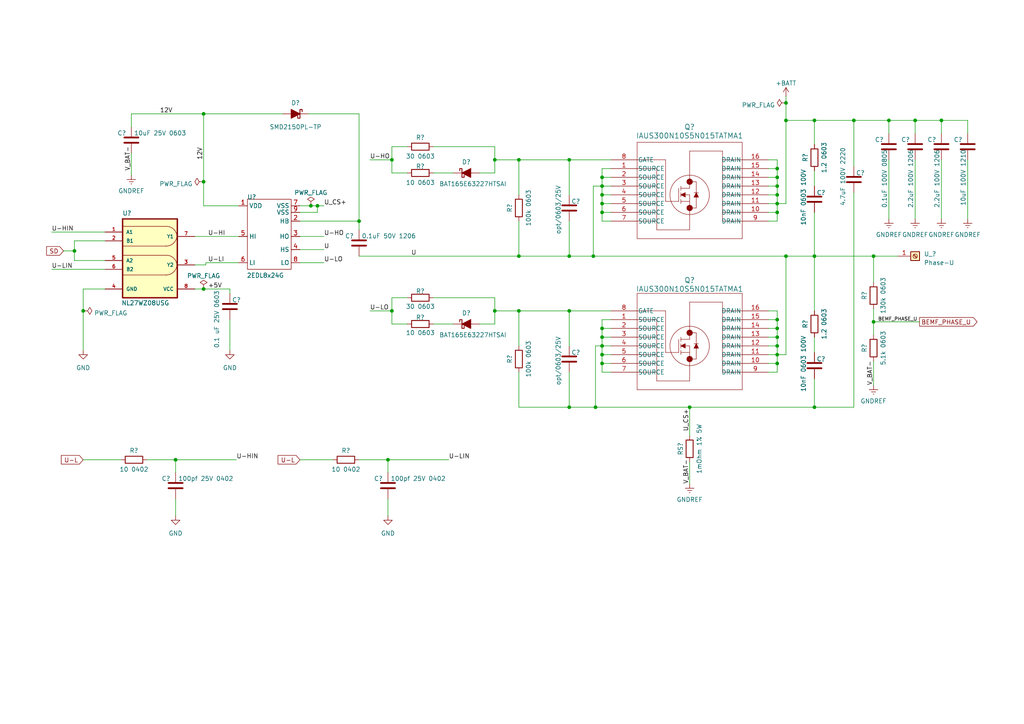
<source format=kicad_sch>
(kicad_sch (version 20231120) (generator "eeschema") (generator_version "8.0")
  (paper "A4")
  (lib_symbols
    (symbol "2EDL8124G:2EDL8124G"
      (property "Reference" "U3" (at -5.08 11.43 0))
      (property "Value" "2EDL8x24G" (at -1.143 -10.668 0))
      (symbol "2EDL8124G_0_1"
        (rectangle (start -6.35 10.795) (end 6.35 -9.525))
      )
      (symbol "2EDL8124G_1_1"
        (pin power_in line (at -8.89 8.89 0) (length 2.54) (name "VDD") (number "1"))
        (pin output line (at 8.89 4.445 180) (length 2.54) (name "HB") (number "2"))
        (pin output line (at 8.89 0 180) (length 2.54) (name "HO") (number "3"))
        (pin output line (at 8.89 -3.81 180) (length 2.54) (name "HS") (number "4"))
        (pin input line (at -8.89 0 0) (length 2.54) (name "HI") (number "5"))
        (pin input line (at -8.89 -7.62 0) (length 2.54) (name "LI") (number "6"))
        (pin power_in line (at 8.89 8.89 180) (length 2.54) (name "VSS") (number "7"))
        (pin output line (at 8.89 -7.62 180) (length 2.54) (name "LO") (number "8"))
        (pin power_in line (at 8.89 6.985 180) (length 2.54) (name "VSS") (number "9"))
      )
    )
    (symbol "Connector:Screw_Terminal_01x01" (pin_names (offset 1.016) hide)
      (property "Reference" "J" (at 0 2.54 0))
      (property "Value" "Screw_Terminal_01x01" (at 0 -2.54 0))
      (symbol "Screw_Terminal_01x01_1_1"
        (rectangle (start -1.27 1.27) (end 1.27 -1.27) (stroke (width 0.254)) (fill (type background)))
        (polyline (pts (xy -0.5334 0.3302) (xy 0.3302 -0.508)) (stroke (width 0.1524)))
        (polyline (pts (xy -0.3556 0.508) (xy 0.508 -0.3302)) (stroke (width 0.1524)))
        (circle (center 0 0) (radius 0.635) (stroke (width 0.1524)))
        (pin passive line (at -5.08 0 0) (length 3.81) (name "Pin_1") (number "1"))
      )
    )
    (symbol "Device:C" (pin_numbers hide) (pin_names (offset 0.254))
      (property "Reference" "C" (at 0.635 2.54 0))
      (property "Value" "C" (at 0.635 -2.54 0))
      (symbol "C_0_1"
        (polyline (pts (xy -2.032 -0.762) (xy 2.032 -0.762)) (stroke (width 0.508)))
        (polyline (pts (xy -2.032 0.762) (xy 2.032 0.762)) (stroke (width 0.508)))
      )
      (symbol "C_1_1"
        (pin passive line (at 0 3.81 270) (length 2.794) (name "~") (number "1"))
        (pin passive line (at 0 -3.81 90) (length 2.794) (name "~") (number "2"))
      )
    )
    (symbol "Device:D_Schottky_Filled" (pin_numbers hide) (pin_names (offset 1.016) hide)
      (property "Reference" "D" (at 0 2.54 0))
      (property "Value" "D_Schottky_Filled" (at 0 -2.54 0))
      (symbol "D_Schottky_Filled_0_1"
        (polyline (pts (xy 1.27 0) (xy -1.27 0)))
        (polyline (pts (xy 1.27 1.27) (xy 1.27 -1.27) (xy -1.27 0) (xy 1.27 1.27)) (stroke (width 0.254)) (fill (type outline)))
        (polyline (pts (xy -1.905 0.635) (xy -1.905 1.27) (xy -1.27 1.27) (xy -1.27 -1.27) (xy -0.635 -1.27) (xy -0.635 -0.635)) (stroke (width 0.254)))
      )
      (symbol "D_Schottky_Filled_1_1"
        (pin passive line (at -3.81 0 0) (length 2.54) (name "K") (number "1"))
        (pin passive line (at 3.81 0 180) (length 2.54) (name "A") (number "2"))
      )
    )
    (symbol "Device:R" (pin_numbers hide) (pin_names (offset 0))
      (property "Reference" "R" (at 2.032 0 90))
      (property "Value" "R" (at 0 0 90))
      (symbol "R_0_1"
        (rectangle (start -1.016 -2.54) (end 1.016 2.54) (stroke (width 0.254)))
      )
      (symbol "R_1_1"
        (pin passive line (at 0 3.81 270) (length 1.27) (name "~") (number "1"))
        (pin passive line (at 0 -3.81 90) (length 1.27) (name "~") (number "2"))
      )
    )
    (symbol "IAUS300N10S5N015T:IAUS300N10S5N015TATMA1" (pin_names (offset 0.254))
      (property "Reference" "Q1" (at 22.86 12.065 0))
      (property "Value" "IAUS300N10S5N015TATMA1" (at 22.86 9.525 0))
      (symbol "IAUS300N10S5N015TATMA1_0_1"
        (polyline (pts (xy 7.62 -20.32) (xy 38.1 -20.32)) (stroke (width 0.127)))
        (polyline (pts (xy 7.62 -12.7) (xy 13.335 -12.7)) (stroke (width 0.127)))
        (polyline (pts (xy 7.62 -10.16) (xy 13.335 -10.16)) (stroke (width 0.127)))
        (polyline (pts (xy 7.62 -7.62) (xy 13.335 -7.62)) (stroke (width 0.127)))
        (polyline (pts (xy 7.62 -5.08) (xy 13.335 -5.08)) (stroke (width 0.127)))
        (polyline (pts (xy 7.62 -2.54) (xy 13.335 -2.54)) (stroke (width 0.127)))
        (polyline (pts (xy 7.62 0) (xy 13.335 0)) (stroke (width 0.127)))
        (polyline (pts (xy 7.62 2.54) (xy 15.875 2.54)) (stroke (width 0.127)))
        (polyline (pts (xy 7.62 7.62) (xy 7.62 -20.32)) (stroke (width 0.127)))
        (polyline (pts (xy 13.335 -17.78) (xy 22.86 -17.78)) (stroke (width 0.127)))
        (polyline (pts (xy 13.335 -15.24) (xy 7.62 -15.24)) (stroke (width 0.127)))
        (polyline (pts (xy 13.335 0) (xy 13.335 -17.78)) (stroke (width 0.127)))
        (polyline (pts (xy 15.875 -9.525) (xy 15.875 2.54)) (stroke (width 0.127)))
        (polyline (pts (xy 19.685 -9.525) (xy 15.875 -9.525)) (stroke (width 0.127)))
        (polyline (pts (xy 19.685 -5.715) (xy 19.685 -9.525)) (stroke (width 0.127)))
        (polyline (pts (xy 20.32 -9.525) (xy 22.86 -9.525)) (stroke (width 0.127)))
        (polyline (pts (xy 20.32 -8.89) (xy 20.32 -10.16)) (stroke (width 0.127)))
        (polyline (pts (xy 20.32 -7.62) (xy 21.59 -8.255)) (stroke (width 0.127)))
        (polyline (pts (xy 20.32 -7.62) (xy 21.59 -6.985)) (stroke (width 0.127)))
        (polyline (pts (xy 20.32 -6.985) (xy 20.32 -8.255)) (stroke (width 0.127)))
        (polyline (pts (xy 20.32 -6.35) (xy 20.32 -5.08)) (stroke (width 0.127)))
        (polyline (pts (xy 20.32 -5.715) (xy 22.86 -5.715)) (stroke (width 0.127)))
        (polyline (pts (xy 21.59 -6.985) (xy 21.59 -8.255)) (stroke (width 0.127)))
        (polyline (pts (xy 22.86 -11.43) (xy 24.765 -11.43)) (stroke (width 0.127)))
        (polyline (pts (xy 22.86 -7.62) (xy 20.32 -7.62)) (stroke (width 0.127)))
        (polyline (pts (xy 22.86 -7.62) (xy 22.86 -17.78)) (stroke (width 0.127)))
        (polyline (pts (xy 22.86 -5.715) (xy 22.86 5.08)) (stroke (width 0.127)))
        (polyline (pts (xy 22.86 -3.81) (xy 24.765 -3.81)) (stroke (width 0.127)))
        (polyline (pts (xy 24.13 -8.255) (xy 25.4 -8.255)) (stroke (width 0.127)))
        (polyline (pts (xy 24.13 -6.985) (xy 25.4 -6.985)) (stroke (width 0.127)))
        (polyline (pts (xy 24.765 -11.43) (xy 24.765 -3.81)) (stroke (width 0.127)))
        (polyline (pts (xy 24.765 -6.985) (xy 24.13 -8.255)) (stroke (width 0.127)))
        (polyline (pts (xy 24.765 -6.985) (xy 25.4 -8.255)) (stroke (width 0.127)))
        (polyline (pts (xy 32.385 -15.24) (xy 32.385 5.08)) (stroke (width 0.127)))
        (polyline (pts (xy 32.385 5.08) (xy 22.86 5.08)) (stroke (width 0.127)))
        (polyline (pts (xy 38.1 -20.32) (xy 38.1 7.62)) (stroke (width 0.127)))
        (polyline (pts (xy 38.1 -15.24) (xy 32.385 -15.24)) (stroke (width 0.127)))
        (polyline (pts (xy 38.1 -12.7) (xy 32.385 -12.7)) (stroke (width 0.127)))
        (polyline (pts (xy 38.1 -10.16) (xy 32.385 -10.16)) (stroke (width 0.127)))
        (polyline (pts (xy 38.1 -7.62) (xy 32.385 -7.62)) (stroke (width 0.127)))
        (polyline (pts (xy 38.1 -5.08) (xy 32.385 -5.08)) (stroke (width 0.127)))
        (polyline (pts (xy 38.1 -2.54) (xy 32.385 -2.54)) (stroke (width 0.127)))
        (polyline (pts (xy 38.1 0) (xy 32.385 0)) (stroke (width 0.127)))
        (polyline (pts (xy 38.1 2.54) (xy 32.385 2.54)) (stroke (width 0.127)))
        (polyline (pts (xy 38.1 7.62) (xy 7.62 7.62)) (stroke (width 0.127)))
        (polyline (pts (xy 20.32 -7.62) (xy 21.59 -6.985) (xy 21.59 -8.255)) (fill (type outline)))
        (polyline (pts (xy 24.13 -8.255) (xy 25.4 -8.255) (xy 24.765 -6.985)) (fill (type outline)))
        (circle (center 22.86 -11.43) (radius 0.127) (stroke (width 0.762)))
        (circle (center 22.86 -7.62) (radius 5.715) (stroke (width 0.127)))
        (circle (center 22.86 -3.81) (radius 0.127) (stroke (width 0.762)))
        (pin passive line (at 0 0 0) (length 7.62) (name "SOURCE") (number "1"))
        (pin passive line (at 45.72 -12.7 180) (length 7.62) (name "DRAIN") (number "10"))
        (pin passive line (at 45.72 -10.16 180) (length 7.62) (name "DRAIN") (number "11"))
        (pin passive line (at 45.72 -7.62 180) (length 7.62) (name "DRAIN") (number "12"))
        (pin passive line (at 45.72 -5.08 180) (length 7.62) (name "DRAIN") (number "13"))
        (pin passive line (at 45.72 -2.54 180) (length 7.62) (name "DRAIN") (number "14"))
        (pin passive line (at 45.72 0 180) (length 7.62) (name "DRAIN") (number "15"))
        (pin passive line (at 45.72 2.54 180) (length 7.62) (name "DRAIN") (number "16"))
        (pin passive line (at 0 -2.54 0) (length 7.62) (name "SOURCE") (number "2"))
        (pin passive line (at 0 -5.08 0) (length 7.62) (name "SOURCE") (number "3"))
        (pin passive line (at 0 -7.62 0) (length 7.62) (name "SOURCE") (number "4"))
        (pin passive line (at 0 -10.16 0) (length 7.62) (name "SOURCE") (number "5"))
        (pin passive line (at 0 -12.7 0) (length 7.62) (name "SOURCE") (number "6"))
        (pin passive line (at 0 -15.24 0) (length 7.62) (name "SOURCE") (number "7"))
        (pin input line (at 0 2.54 0) (length 7.62) (name "GATE") (number "8"))
        (pin passive line (at 45.72 -15.24 180) (length 7.62) (name "DRAIN") (number "9"))
      )
    )
    (symbol "IAUS300N10S5N015TATMA1_1" (pin_names (offset 0.254))
      (property "Reference" "Q4" (at 22.86 11.43 0))
      (property "Value" "IAUS300N10S5N015TATMA1" (at 22.86 8.89 0))
      (symbol "IAUS300N10S5N015TATMA1_1_0_1"
        (polyline (pts (xy 7.62 -20.32) (xy 38.1 -20.32)) (stroke (width 0.127)))
        (polyline (pts (xy 7.62 -12.7) (xy 13.335 -12.7)) (stroke (width 0.127)))
        (polyline (pts (xy 7.62 -10.16) (xy 13.335 -10.16)) (stroke (width 0.127)))
        (polyline (pts (xy 7.62 -7.62) (xy 13.335 -7.62)) (stroke (width 0.127)))
        (polyline (pts (xy 7.62 -5.08) (xy 13.335 -5.08)) (stroke (width 0.127)))
        (polyline (pts (xy 7.62 -2.54) (xy 13.335 -2.54)) (stroke (width 0.127)))
        (polyline (pts (xy 7.62 0) (xy 13.335 0)) (stroke (width 0.127)))
        (polyline (pts (xy 7.62 2.54) (xy 15.875 2.54)) (stroke (width 0.127)))
        (polyline (pts (xy 7.62 7.62) (xy 7.62 -20.32)) (stroke (width 0.127)))
        (polyline (pts (xy 13.335 -17.78) (xy 22.86 -17.78)) (stroke (width 0.127)))
        (polyline (pts (xy 13.335 -15.24) (xy 7.62 -15.24)) (stroke (width 0.127)))
        (polyline (pts (xy 13.335 0) (xy 13.335 -17.78)) (stroke (width 0.127)))
        (polyline (pts (xy 15.875 -9.525) (xy 15.875 2.54)) (stroke (width 0.127)))
        (polyline (pts (xy 19.685 -9.525) (xy 15.875 -9.525)) (stroke (width 0.127)))
        (polyline (pts (xy 19.685 -5.715) (xy 19.685 -9.525)) (stroke (width 0.127)))
        (polyline (pts (xy 20.32 -9.525) (xy 22.86 -9.525)) (stroke (width 0.127)))
        (polyline (pts (xy 20.32 -8.89) (xy 20.32 -10.16)) (stroke (width 0.127)))
        (polyline (pts (xy 20.32 -7.62) (xy 21.59 -8.255)) (stroke (width 0.127)))
        (polyline (pts (xy 20.32 -7.62) (xy 21.59 -6.985)) (stroke (width 0.127)))
        (polyline (pts (xy 20.32 -6.985) (xy 20.32 -8.255)) (stroke (width 0.127)))
        (polyline (pts (xy 20.32 -6.35) (xy 20.32 -5.08)) (stroke (width 0.127)))
        (polyline (pts (xy 20.32 -5.715) (xy 22.86 -5.715)) (stroke (width 0.127)))
        (polyline (pts (xy 21.59 -6.985) (xy 21.59 -8.255)) (stroke (width 0.127)))
        (polyline (pts (xy 22.86 -11.43) (xy 24.765 -11.43)) (stroke (width 0.127)))
        (polyline (pts (xy 22.86 -7.62) (xy 20.32 -7.62)) (stroke (width 0.127)))
        (polyline (pts (xy 22.86 -7.62) (xy 22.86 -17.78)) (stroke (width 0.127)))
        (polyline (pts (xy 22.86 -5.715) (xy 22.86 5.08)) (stroke (width 0.127)))
        (polyline (pts (xy 22.86 -3.81) (xy 24.765 -3.81)) (stroke (width 0.127)))
        (polyline (pts (xy 24.13 -8.255) (xy 25.4 -8.255)) (stroke (width 0.127)))
        (polyline (pts (xy 24.13 -6.985) (xy 25.4 -6.985)) (stroke (width 0.127)))
        (polyline (pts (xy 24.765 -11.43) (xy 24.765 -3.81)) (stroke (width 0.127)))
        (polyline (pts (xy 24.765 -6.985) (xy 24.13 -8.255)) (stroke (width 0.127)))
        (polyline (pts (xy 24.765 -6.985) (xy 25.4 -8.255)) (stroke (width 0.127)))
        (polyline (pts (xy 32.385 -15.24) (xy 32.385 5.08)) (stroke (width 0.127)))
        (polyline (pts (xy 32.385 5.08) (xy 22.86 5.08)) (stroke (width 0.127)))
        (polyline (pts (xy 38.1 -20.32) (xy 38.1 7.62)) (stroke (width 0.127)))
        (polyline (pts (xy 38.1 -15.24) (xy 32.385 -15.24)) (stroke (width 0.127)))
        (polyline (pts (xy 38.1 -12.7) (xy 32.385 -12.7)) (stroke (width 0.127)))
        (polyline (pts (xy 38.1 -10.16) (xy 32.385 -10.16)) (stroke (width 0.127)))
        (polyline (pts (xy 38.1 -7.62) (xy 32.385 -7.62)) (stroke (width 0.127)))
        (polyline (pts (xy 38.1 -5.08) (xy 32.385 -5.08)) (stroke (width 0.127)))
        (polyline (pts (xy 38.1 -2.54) (xy 32.385 -2.54)) (stroke (width 0.127)))
        (polyline (pts (xy 38.1 0) (xy 32.385 0)) (stroke (width 0.127)))
        (polyline (pts (xy 38.1 2.54) (xy 32.385 2.54)) (stroke (width 0.127)))
        (polyline (pts (xy 38.1 7.62) (xy 7.62 7.62)) (stroke (width 0.127)))
        (polyline (pts (xy 20.32 -7.62) (xy 21.59 -6.985) (xy 21.59 -8.255)) (fill (type outline)))
        (polyline (pts (xy 24.13 -8.255) (xy 25.4 -8.255) (xy 24.765 -6.985)) (fill (type outline)))
        (circle (center 22.86 -11.43) (radius 0.127) (stroke (width 0.762)))
        (circle (center 22.86 -7.62) (radius 5.715) (stroke (width 0.127)))
        (circle (center 22.86 -3.81) (radius 0.127) (stroke (width 0.762)))
        (pin passive line (at 0 0 0) (length 7.62) (name "SOURCE") (number "1"))
        (pin passive line (at 45.72 -12.7 180) (length 7.62) (name "DRAIN") (number "10"))
        (pin passive line (at 45.72 -10.16 180) (length 7.62) (name "DRAIN") (number "11"))
        (pin passive line (at 45.72 -7.62 180) (length 7.62) (name "DRAIN") (number "12"))
        (pin passive line (at 45.72 -5.08 180) (length 7.62) (name "DRAIN") (number "13"))
        (pin passive line (at 45.72 -2.54 180) (length 7.62) (name "DRAIN") (number "14"))
        (pin passive line (at 45.72 0 180) (length 7.62) (name "DRAIN") (number "15"))
        (pin passive line (at 45.72 2.54 180) (length 7.62) (name "DRAIN") (number "16"))
        (pin passive line (at 0 -2.54 0) (length 7.62) (name "SOURCE") (number "2"))
        (pin passive line (at 0 -5.08 0) (length 7.62) (name "SOURCE") (number "3"))
        (pin passive line (at 0 -7.62 0) (length 7.62) (name "SOURCE") (number "4"))
        (pin passive line (at 0 -10.16 0) (length 7.62) (name "SOURCE") (number "5"))
        (pin passive line (at 0 -12.7 0) (length 7.62) (name "SOURCE") (number "6"))
        (pin passive line (at 0 -15.24 0) (length 7.62) (name "SOURCE") (number "7"))
        (pin input line (at 0 2.54 0) (length 7.62) (name "GATE") (number "8"))
        (pin passive line (at 45.72 -15.24 180) (length 7.62) (name "DRAIN") (number "9"))
      )
    )
    (symbol "NL27WZ08USG:NL27WZ08USG" (pin_names (offset 1.016))
      (property "Reference" "U4" (at -6.35 13.081 0))
      (property "Value" "NL27WZ08USG" (at -1.016 -12.954 0))
      (symbol "NL27WZ08USG_0_0"
        (rectangle (start -7.62 11.43) (end 8.255 -11.43) (stroke (width 0.4064)) (fill (type background)))
        (pin input line (at -12.7 7.62 0) (length 5.08) (name "A1") (number "1"))
        (pin input line (at -12.7 5.08 0) (length 5.08) (name "B1") (number "2"))
        (pin output line (at 13.335 -1.905 180) (length 5.08) (name "Y2") (number "3"))
        (pin power_in line (at -12.7 -8.89 0) (length 5.08) (name "GND") (number "4"))
        (pin input line (at -12.7 -0.635 0) (length 5.08) (name "A2") (number "5"))
        (pin input line (at -12.7 -3.175 0) (length 5.08) (name "B2") (number "6"))
        (pin output line (at 13.335 6.35 180) (length 5.08) (name "Y1") (number "7"))
        (pin power_in line (at 13.335 -8.89 180) (length 5.08) (name "VCC") (number "8"))
      )
      (symbol "NL27WZ08USG_0_1"
        (polyline (pts (xy -7.62 -4.826) (xy 5.08 -4.826)))
        (polyline (pts (xy -7.62 0.889) (xy 5.08 0.889)))
        (polyline (pts (xy -7.62 3.556) (xy 5.08 3.556)))
        (polyline (pts (xy -7.62 9.271) (xy 5.08 9.271)))
        (arc (start 4.9529 -4.8259) (mid 7.1715 -3.9594) (end 8.128 -1.778))
        (arc (start 4.9529 3.5561) (mid 7.1716 4.4226) (end 8.128 6.604))
        (arc (start 8.128 -2.032) (mid 7.2054 0.056) (end 5.08 0.889))
        (arc (start 8.128 6.35) (mid 7.2054 8.438) (end 5.08 9.271))
      )
    )
    (symbol "power:+BATT" (power) (pin_names (offset 0))
      (property "Value" "+BATT" (at 0 3.556 0))
      (symbol "+BATT_0_1"
        (polyline (pts (xy -0.762 1.27) (xy 0 2.54)))
        (polyline (pts (xy 0 0) (xy 0 2.54)))
        (polyline (pts (xy 0 2.54) (xy 0.762 1.27)))
      )
      (symbol "+BATT_1_1"
        (pin power_in line (at 0 0 90) (length 0) hide (name "+BATT") (number "1"))
      )
    )
    (symbol "power:GND" (power) (pin_names (offset 0))
      (property "Value" "GND" (at 0 -3.81 0))
      (symbol "GND_0_1"
        (polyline (pts (xy 0 0) (xy 0 -1.27) (xy 1.27 -1.27) (xy 0 -2.54) (xy -1.27 -1.27) (xy 0 -1.27)))
      )
      (symbol "GND_1_1"
        (pin power_in line (at 0 0 270) (length 0) hide (name "GND") (number "1"))
      )
    )
    (symbol "power:GNDREF" (power) (pin_names (offset 0))
      (property "Value" "GNDREF" (at 0 -3.81 0))
      (symbol "GNDREF_0_1"
        (polyline (pts (xy -0.635 -1.905) (xy 0.635 -1.905)))
        (polyline (pts (xy -0.127 -2.54) (xy 0.127 -2.54)))
        (polyline (pts (xy 0 -1.27) (xy 0 0)))
        (polyline (pts (xy 1.27 -1.27) (xy -1.27 -1.27)))
      )
      (symbol "GNDREF_1_1"
        (pin power_in line (at 0 0 270) (length 0) hide (name "GNDREF") (number "1"))
      )
    )
    (symbol "power:PWR_FLAG" (power) (pin_numbers hide) (pin_names (offset 0) hide)
      (property "Value" "PWR_FLAG" (at 0 3.81 0))
      (symbol "PWR_FLAG_0_0"
        (pin power_out line (at 0 0 90) (length 0) (name "pwr") (number "1"))
      )
      (symbol "PWR_FLAG_0_1"
        (polyline (pts (xy 0 0) (xy 0 1.27) (xy -1.016 1.905) (xy 0 2.54) (xy 1.016 1.905) (xy 0 1.27)))
      )
    )
  )
  (junction (at 253.365 74.295))
  (junction (at 165.1 74.295))
  (junction (at 165.1 46.355))
  (junction (at 253.365 93.345))
  (junction (at 225.425 97.79))
  (junction (at 59.055 83.82))
  (junction (at 225.425 56.515))
  (junction (at 225.425 100.33))
  (junction (at 174.625 100.33))
  (junction (at 174.625 105.41))
  (junction (at 273.05 34.925))
  (junction (at 257.81 34.925))
  (junction (at 174.625 102.87))
  (junction (at 225.425 95.25))
  (junction (at 150.495 90.17))
  (junction (at 227.965 74.295))
  (junction (at 104.14 64.135))
  (junction (at 227.965 34.925))
  (junction (at 59.055 52.705))
  (junction (at 174.625 53.975))
  (junction (at 112.522 133.35))
  (junction (at 143.51 90.17))
  (junction (at 225.425 92.71))
  (junction (at 265.43 34.925))
  (junction (at 174.625 56.515))
  (junction (at 150.495 74.295))
  (junction (at 225.425 105.41))
  (junction (at 143.51 46.355))
  (junction (at 227.965 29.845))
  (junction (at 150.495 46.355))
  (junction (at 165.1 90.17))
  (junction (at 236.22 118.11))
  (junction (at 165.1 118.11))
  (junction (at 113.665 90.17))
  (junction (at 236.22 74.295))
  (junction (at 174.625 61.595))
  (junction (at 225.425 48.895))
  (junction (at 174.625 97.79))
  (junction (at 21.59 72.771))
  (junction (at 225.425 59.055))
  (junction (at 174.625 59.055))
  (junction (at 225.425 53.975))
  (junction (at 59.055 33.02))
  (junction (at 225.425 51.435))
  (junction (at 200.025 118.11))
  (junction (at 174.625 51.435))
  (junction (at 247.65 34.925))
  (junction (at 92.075 59.69))
  (junction (at 225.425 102.87))
  (junction (at 172.085 74.295))
  (junction (at 172.72 118.11))
  (junction (at 50.927 133.35))
  (junction (at 90.17 59.69))
  (junction (at 24.13 90.17))
  (junction (at 225.425 61.595))
  (junction (at 236.22 34.925))
  (junction (at 113.665 46.355))
  (junction (at 174.625 95.25))
  (wire (pts (xy 227.965 29.845) (xy 227.965 34.925)))
  (wire (pts (xy 21.59 72.771) (xy 21.59 75.565)))
  (wire (pts (xy 113.665 50.165) (xy 118.11 50.165)))
  (wire (pts (xy 225.425 100.33) (xy 225.425 102.87)))
  (wire (pts (xy 222.885 51.435) (xy 225.425 51.435)))
  (wire (pts (xy 104.14 33.02) (xy 104.14 64.135)))
  (wire (pts (xy 174.625 105.41) (xy 174.625 107.95)))
  (wire (pts (xy 113.665 93.98) (xy 118.11 93.98)))
  (wire (pts (xy 104.14 74.295) (xy 150.495 74.295)))
  (wire (pts (xy 174.625 59.055) (xy 177.165 59.055)))
  (wire (pts (xy 150.495 118.11) (xy 150.495 107.95)))
  (wire (pts (xy 59.055 33.02) (xy 59.055 52.705)))
  (wire (pts (xy 50.927 133.35) (xy 68.58 133.35)))
  (wire (pts (xy 14.986 78.105) (xy 30.48 78.105)))
  (wire (pts (xy 165.1 90.17) (xy 165.1 100.33)))
  (wire (pts (xy 257.81 38.735) (xy 257.81 34.925)))
  (wire (pts (xy 90.17 59.69) (xy 92.075 59.69)))
  (wire (pts (xy 174.625 56.515) (xy 177.165 56.515)))
  (wire (pts (xy 236.22 34.925) (xy 247.65 34.925)))
  (wire (pts (xy 143.51 42.545) (xy 125.73 42.545)))
  (wire (pts (xy 225.425 56.515) (xy 225.425 53.975)))
  (wire (pts (xy 253.365 89.535) (xy 253.365 93.345)))
  (wire (pts (xy 253.365 74.295) (xy 260.35 74.295)))
  (wire (pts (xy 174.625 59.055) (xy 174.625 61.595)))
  (wire (pts (xy 113.665 42.545) (xy 113.665 46.355)))
  (wire (pts (xy 112.522 133.35) (xy 112.522 137.033)))
  (wire (pts (xy 86.995 133.35) (xy 96.52 133.35)))
  (wire (pts (xy 257.81 34.925) (xy 265.43 34.925)))
  (wire (pts (xy 227.965 27.94) (xy 227.965 29.845)))
  (wire (pts (xy 174.625 100.33) (xy 177.165 100.33)))
  (wire (pts (xy 113.665 86.36) (xy 113.665 90.17)))
  (wire (pts (xy 222.885 90.17) (xy 225.425 90.17)))
  (wire (pts (xy 177.165 90.17) (xy 165.1 90.17)))
  (wire (pts (xy 143.51 86.36) (xy 143.51 90.17)))
  (wire (pts (xy 222.885 102.87) (xy 225.425 102.87)))
  (wire (pts (xy 143.51 86.36) (xy 125.73 86.36)))
  (wire (pts (xy 225.425 59.055) (xy 227.965 59.055)))
  (wire (pts (xy 125.73 93.98) (xy 131.445 93.98)))
  (wire (pts (xy 174.625 97.79) (xy 174.625 100.33)))
  (wire (pts (xy 225.425 90.17) (xy 225.425 92.71)))
  (wire (pts (xy 174.625 95.25) (xy 177.165 95.25)))
  (wire (pts (xy 56.515 83.82) (xy 59.055 83.82)))
  (wire (pts (xy 273.05 46.355) (xy 273.05 63.5)))
  (wire (pts (xy 107.315 46.355) (xy 113.665 46.355)))
  (wire (pts (xy 150.495 74.295) (xy 150.495 64.135)))
  (wire (pts (xy 21.59 69.85) (xy 21.59 72.771)))
  (wire (pts (xy 113.665 90.17) (xy 113.665 93.98)))
  (wire (pts (xy 227.965 74.295) (xy 236.22 74.295)))
  (wire (pts (xy 42.672 133.35) (xy 50.927 133.35)))
  (wire (pts (xy 265.43 38.735) (xy 265.43 34.925)))
  (wire (pts (xy 247.65 48.26) (xy 247.65 34.925)))
  (wire (pts (xy 236.22 118.11) (xy 200.025 118.11)))
  (wire (pts (xy 200.025 118.11) (xy 200.025 126.365)))
  (wire (pts (xy 227.965 34.925) (xy 227.965 59.055)))
  (wire (pts (xy 222.885 95.25) (xy 225.425 95.25)))
  (wire (pts (xy 222.885 100.33) (xy 225.425 100.33)))
  (wire (pts (xy 273.05 38.735) (xy 273.05 34.925)))
  (wire (pts (xy 236.22 74.295) (xy 236.22 90.17)))
  (wire (pts (xy 177.165 53.975) (xy 174.625 53.975)))
  (wire (pts (xy 265.43 34.925) (xy 273.05 34.925)))
  (wire (pts (xy 253.365 74.295) (xy 253.365 81.915)))
  (wire (pts (xy 280.67 46.355) (xy 280.67 63.5)))
  (wire (pts (xy 222.885 105.41) (xy 225.425 105.41)))
  (wire (pts (xy 247.65 118.11) (xy 236.22 118.11)))
  (wire (pts (xy 139.065 50.165) (xy 143.51 50.165)))
  (wire (pts (xy 225.425 46.355) (xy 222.885 46.355)))
  (wire (pts (xy 236.22 49.53) (xy 236.22 53.975)))
  (wire (pts (xy 165.1 118.11) (xy 172.72 118.11)))
  (wire (pts (xy 222.885 53.975) (xy 225.425 53.975)))
  (wire (pts (xy 143.51 90.17) (xy 150.495 90.17)))
  (wire (pts (xy 236.22 41.91) (xy 236.22 34.925)))
  (wire (pts (xy 59.055 52.705) (xy 59.055 59.69)))
  (wire (pts (xy 177.165 92.71) (xy 174.625 92.71)))
  (wire (pts (xy 104.14 64.135) (xy 104.14 66.675)))
  (wire (pts (xy 86.995 59.69) (xy 90.17 59.69)))
  (wire (pts (xy 174.625 102.87) (xy 177.165 102.87)))
  (wire (pts (xy 143.51 46.355) (xy 150.495 46.355)))
  (wire (pts (xy 59.055 59.69) (xy 69.215 59.69)))
  (wire (pts (xy 113.665 42.545) (xy 118.11 42.545)))
  (wire (pts (xy 86.995 76.2) (xy 93.98 76.2)))
  (wire (pts (xy 200.025 133.985) (xy 200.025 140.335)))
  (wire (pts (xy 253.365 93.345) (xy 253.365 97.155)))
  (wire (pts (xy 174.625 53.975) (xy 174.625 56.515)))
  (wire (pts (xy 143.51 50.165) (xy 143.51 46.355)))
  (wire (pts (xy 18.415 72.771) (xy 21.59 72.771)))
  (wire (pts (xy 174.625 53.975) (xy 172.085 53.975)))
  (wire (pts (xy 165.1 74.295) (xy 172.085 74.295)))
  (wire (pts (xy 165.1 118.11) (xy 150.495 118.11)))
  (wire (pts (xy 125.73 50.165) (xy 131.445 50.165)))
  (wire (pts (xy 222.885 97.79) (xy 225.425 97.79)))
  (wire (pts (xy 66.675 83.82) (xy 66.675 85.09)))
  (wire (pts (xy 222.885 64.135) (xy 225.425 64.135)))
  (wire (pts (xy 150.495 90.17) (xy 150.495 100.33)))
  (wire (pts (xy 236.22 97.79) (xy 236.22 102.235)))
  (wire (pts (xy 104.14 133.35) (xy 112.522 133.35)))
  (wire (pts (xy 225.425 51.435) (xy 225.425 48.895)))
  (wire (pts (xy 59.69 76.2) (xy 69.215 76.2)))
  (wire (pts (xy 165.1 46.355) (xy 150.495 46.355)))
  (wire (pts (xy 177.165 105.41) (xy 174.625 105.41)))
  (wire (pts (xy 50.927 133.35) (xy 50.927 137.033)))
  (wire (pts (xy 24.13 133.35) (xy 35.052 133.35)))
  (wire (pts (xy 225.425 59.055) (xy 225.425 56.515)))
  (wire (pts (xy 236.22 61.595) (xy 236.22 74.295)))
  (wire (pts (xy 112.522 133.35) (xy 130.175 133.35)))
  (wire (pts (xy 165.1 46.355) (xy 177.165 46.355)))
  (wire (pts (xy 107.315 90.17) (xy 113.665 90.17)))
  (wire (pts (xy 143.51 90.17) (xy 143.51 93.98)))
  (wire (pts (xy 174.625 107.95) (xy 177.165 107.95)))
  (wire (pts (xy 225.425 105.41) (xy 225.425 107.95)))
  (wire (pts (xy 30.48 83.82) (xy 24.13 83.82)))
  (wire (pts (xy 59.055 33.02) (xy 81.915 33.02)))
  (wire (pts (xy 38.1 33.02) (xy 38.1 36.83)))
  (wire (pts (xy 56.515 76.835) (xy 59.69 76.835)))
  (wire (pts (xy 113.665 46.355) (xy 113.665 50.165)))
  (wire (pts (xy 165.1 56.515) (xy 165.1 46.355)))
  (wire (pts (xy 236.22 74.295) (xy 253.365 74.295)))
  (wire (pts (xy 174.625 102.87) (xy 174.625 105.41)))
  (wire (pts (xy 14.986 67.31) (xy 30.48 67.31)))
  (wire (pts (xy 38.1 33.02) (xy 59.055 33.02)))
  (wire (pts (xy 165.1 74.295) (xy 150.495 74.295)))
  (wire (pts (xy 174.625 51.435) (xy 177.165 51.435)))
  (wire (pts (xy 225.425 53.975) (xy 225.425 51.435)))
  (wire (pts (xy 174.625 100.33) (xy 172.72 100.33)))
  (wire (pts (xy 225.425 97.79) (xy 225.425 100.33)))
  (wire (pts (xy 225.425 64.135) (xy 225.425 61.595)))
  (wire (pts (xy 174.625 61.595) (xy 174.625 64.135)))
  (wire (pts (xy 150.495 46.355) (xy 150.495 56.515)))
  (wire (pts (xy 86.995 68.58) (xy 93.98 68.58)))
  (wire (pts (xy 174.625 48.895) (xy 174.625 51.435)))
  (wire (pts (xy 225.425 95.25) (xy 225.425 97.79)))
  (wire (pts (xy 225.425 92.71) (xy 225.425 95.25)))
  (wire (pts (xy 222.885 59.055) (xy 225.425 59.055)))
  (wire (pts (xy 172.72 100.33) (xy 172.72 118.11)))
  (wire (pts (xy 265.43 46.355) (xy 265.43 63.5)))
  (wire (pts (xy 225.425 48.895) (xy 225.425 46.355)))
  (wire (pts (xy 172.72 118.11) (xy 200.025 118.11)))
  (wire (pts (xy 222.885 48.895) (xy 225.425 48.895)))
  (wire (pts (xy 227.965 74.295) (xy 227.965 102.87)))
  (wire (pts (xy 236.22 34.925) (xy 227.965 34.925)))
  (wire (pts (xy 257.81 63.5) (xy 257.81 46.355)))
  (wire (pts (xy 92.075 59.69) (xy 93.98 59.69)))
  (wire (pts (xy 280.67 38.735) (xy 280.67 34.925)))
  (wire (pts (xy 227.965 102.87) (xy 225.425 102.87)))
  (wire (pts (xy 174.625 61.595) (xy 177.165 61.595)))
  (wire (pts (xy 38.1 44.45) (xy 38.1 50.8)))
  (wire (pts (xy 165.1 90.17) (xy 150.495 90.17)))
  (wire (pts (xy 174.625 51.435) (xy 174.625 53.975)))
  (wire (pts (xy 174.625 97.79) (xy 177.165 97.79)))
  (wire (pts (xy 273.05 34.925) (xy 280.67 34.925)))
  (wire (pts (xy 174.625 100.33) (xy 174.625 102.87)))
  (wire (pts (xy 30.48 69.85) (xy 21.59 69.85)))
  (wire (pts (xy 165.1 107.95) (xy 165.1 118.11)))
  (wire (pts (xy 66.675 92.71) (xy 66.675 101.6)))
  (wire (pts (xy 86.995 64.135) (xy 104.14 64.135)))
  (wire (pts (xy 139.065 93.98) (xy 143.51 93.98)))
  (wire (pts (xy 225.425 107.95) (xy 222.885 107.95)))
  (wire (pts (xy 222.885 61.595) (xy 225.425 61.595)))
  (wire (pts (xy 86.995 72.39) (xy 93.98 72.39)))
  (wire (pts (xy 165.1 64.135) (xy 165.1 74.295)))
  (wire (pts (xy 104.14 33.02) (xy 89.535 33.02)))
  (wire (pts (xy 236.22 109.855) (xy 236.22 118.11)))
  (wire (pts (xy 174.625 56.515) (xy 174.625 59.055)))
  (wire (pts (xy 257.81 34.925) (xy 247.65 34.925)))
  (wire (pts (xy 59.055 83.82) (xy 66.675 83.82)))
  (wire (pts (xy 112.522 144.653) (xy 112.522 149.606)))
  (wire (pts (xy 92.075 59.69) (xy 92.075 61.595)))
  (wire (pts (xy 222.885 92.71) (xy 225.425 92.71)))
  (wire (pts (xy 225.425 102.87) (xy 225.425 105.41)))
  (wire (pts (xy 24.13 83.82) (xy 24.13 90.17)))
  (wire (pts (xy 172.085 74.295) (xy 227.965 74.295)))
  (wire (pts (xy 50.927 144.653) (xy 50.927 149.606)))
  (wire (pts (xy 113.665 86.36) (xy 118.11 86.36)))
  (wire (pts (xy 143.51 46.355) (xy 143.51 42.545)))
  (wire (pts (xy 86.995 61.595) (xy 92.075 61.595)))
  (wire (pts (xy 222.885 56.515) (xy 225.425 56.515)))
  (wire (pts (xy 172.085 53.975) (xy 172.085 74.295)))
  (wire (pts (xy 253.365 93.345) (xy 266.7 93.345)))
  (wire (pts (xy 21.59 75.565) (xy 30.48 75.565)))
  (wire (pts (xy 174.625 92.71) (xy 174.625 95.25)))
  (wire (pts (xy 24.13 90.17) (xy 24.13 101.6)))
  (wire (pts (xy 247.65 55.88) (xy 247.65 118.11)))
  (wire (pts (xy 225.425 61.595) (xy 225.425 59.055)))
  (wire (pts (xy 177.165 48.895) (xy 174.625 48.895)))
  (wire (pts (xy 174.625 95.25) (xy 174.625 97.79)))
  (wire (pts (xy 56.515 68.58) (xy 69.215 68.58)))
  (wire (pts (xy 174.625 64.135) (xy 177.165 64.135)))
  (wire (pts (xy 59.69 76.2) (xy 59.69 76.835)))
  (wire (pts (xy 253.365 104.775) (xy 253.365 111.76)))
  (label "U-HI" (at 60.325 68.58 0))
  (label "BEMF_PHASE_U" (at 254.635 93.345 0) (effects (font (size 1 1))))
  (label "U" (at 93.98 72.39 0))
  (label "U-LIN" (at 14.986 78.105 0))
  (label "U-HO" (at 107.315 46.355 0))
  (label "V_BAT-" (at 38.1 49.53 90))
  (label "U" (at 119.253 74.295 0))
  (label "U_CS+" (at 200.025 125.095 90))
  (label "U-HIN" (at 14.986 67.31 0))
  (label "U-LI" (at 60.325 76.2 0))
  (label "U-HO" (at 93.98 68.58 0))
  (label "12V" (at 46.355 33.02 0))
  (label "U-HIN" (at 68.58 133.35 0))
  (label "U_CS+" (at 93.98 59.69 0))
  (label "+5V" (at 60.325 83.82 0))
  (label "V_BAT-" (at 253.365 111.76 90))
  (label "U-LO" (at 93.98 76.2 0))
  (label "V_BAT-" (at 200.025 140.335 90))
  (label "12V" (at 59.055 46.355 90))
  (label "U-LIN" (at 130.175 133.35 0))
  (label "U-LO" (at 107.315 90.17 0))
  (global_label "BEMF_PHASE_U" (shape output) (at 266.7 93.345 0) (property "Intersheetrefs" "${INTERSHEET_REFS}" (effects (hide yes))))
  (global_label "U-L" (shape input) (at 24.13 133.35 180) (property "Intersheetrefs" "${INTERSHEET_REFS}" (effects (hide yes))))
  (global_label "SD" (shape input) (at 18.415 72.771 180) (property "Intersheetrefs" "${INTERSHEET_REFS}" (effects (hide yes))))
  (global_label "U-L" (shape input) (at 86.995 133.35 180) (property "Intersheetrefs" "${INTERSHEET_REFS}" (effects (hide yes))))
  (symbol (lib_id "Device:D_Schottky_Filled") (at 85.725 33.02 0) (mirror y) (unit 1)
    (property "Reference" "D?" (at 85.725 29.845 0))
    (property "Value" "SMD2150PL-TP" (at 85.725 36.83 0))
  )
  (symbol (lib_id "power:GNDREF") (at 253.365 111.76 0) (unit 1)
    (property "Reference" "#PWR0103" (effects (hide yes)))
    (property "Value" "GNDREF" (at 253.365 116.332 0))
  )
  (symbol (lib_name "IAUS300N10S5N015TATMA1_1") (lib_id "IAUS300N10S5N015T:IAUS300N10S5N015TATMA1") (at 177.165 92.71 0) (unit 1)
    (property "Reference" "Q?" (at 200.025 81.28 0) (effects (font (size 1.524 1.524))))
    (property "Value" "IAUS300N10S5N015TATMA1" (at 200.025 83.82 0) (effects (font (size 1.524 1.524))))
    (property "Footprint" "PG-HDSOP-16-2" (effects (hide yes)))
    (property "Datasheet" "IAUS300N10S5N015TATMA1" (effects (hide yes)))
  )
  (symbol (lib_id "Device:R") (at 150.495 104.14 180) (unit 1)
    (property "Reference" "R?" (at 147.828 104.14 90))
    (property "Value" "100k 0603" (at 153.289 104.14 90))
  )
  (symbol (lib_id "Device:R") (at 38.862 133.35 90) (unit 1)
    (property "Reference" "R?" (at 38.862 130.683 90))
    (property "Value" "10 0402" (at 38.862 136.144 90))
  )
  (symbol (lib_id "Device:C") (at 236.22 106.045 0) (unit 1)
    (property "Reference" "C?" (at 236.855 104.14 0) (effects (justify left)))
    (property "Value" "10nF 0603 100V" (at 233.045 113.665 90) (effects (justify left)))
  )
  (symbol (lib_id "power:GNDREF") (at 257.81 63.5 0) (unit 1)
    (property "Reference" "#PWR0104" (effects (hide yes)))
    (property "Value" "GNDREF" (at 257.81 68.072 0))
  )
  (symbol (lib_id "Device:R") (at 121.92 42.545 90) (unit 1)
    (property "Reference" "R?" (at 121.92 39.878 90))
    (property "Value" "30 0603" (at 121.92 45.339 90))
  )
  (symbol (lib_id "Device:C") (at 38.1 40.64 0) (unit 1)
    (property "Reference" "C?" (at 34.036 38.608 0) (effects (justify left)))
    (property "Value" "10uF 25V 0603" (at 38.862 38.608 0) (effects (justify left)))
  )
  (symbol (lib_id "Device:R") (at 200.025 130.175 180) (unit 1)
    (property "Reference" "RS?" (at 197.358 130.175 90))
    (property "Value" "1mOhm 1% 5W" (at 202.819 130.175 90))
  )
  (symbol (lib_id "power:GNDREF") (at 265.43 63.5 0) (unit 1)
    (property "Reference" "#PWR0105" (effects (hide yes)))
    (property "Value" "GNDREF" (at 265.43 68.072 0))
  )
  (symbol (lib_id "Device:C") (at 236.22 57.785 0) (unit 1)
    (property "Reference" "C?" (at 236.855 55.88 0) (effects (justify left)))
    (property "Value" "10nF 0603 100V" (at 233.045 65.405 90) (effects (justify left)))
  )
  (symbol (lib_id "power:PWR_FLAG") (at 90.17 59.69 0) (unit 1)
    (property "Reference" "#FLG025" (effects (hide yes)))
    (property "Value" "PWR_FLAG" (at 90.17 55.88 0))
  )
  (symbol (lib_id "Connector:Screw_Terminal_01x01") (at 265.43 74.295 0) (unit 1)
    (property "Reference" "U_?" (at 267.97 73.66 0) (effects (justify left)))
    (property "Value" "Phase-U" (at 267.97 76.2 0) (effects (justify left)))
  )
  (symbol (lib_id "Device:C") (at 247.65 52.07 0) (unit 1)
    (property "Reference" "C?" (at 248.285 50.165 0) (effects (justify left)))
    (property "Value" "4.7uF 100V 2220" (at 244.475 59.69 90) (effects (justify left)))
  )
  (symbol (lib_id "power:PWR_FLAG") (at 59.055 52.705 90) (unit 1)
    (property "Reference" "#FLG023" (effects (hide yes)))
    (property "Value" "PWR_FLAG" (at 55.88 53.34 90) (effects (justify left)))
  )
  (symbol (lib_id "power:GNDREF") (at 38.1 50.8 0) (unit 1)
    (property "Reference" "#PWR097" (effects (hide yes)))
    (property "Value" "GNDREF" (at 38.1 55.372 0))
  )
  (symbol (lib_id "Device:R") (at 121.92 86.36 90) (unit 1)
    (property "Reference" "R?" (at 121.92 84.455 90))
    (property "Value" "30 0603" (at 121.92 88.9 90))
  )
  (symbol (lib_id "Device:C") (at 112.522 140.843 0) (unit 1)
    (property "Reference" "C?" (at 108.458 138.811 0) (effects (justify left)))
    (property "Value" "100pf 25V 0402" (at 113.284 138.811 0) (effects (justify left)))
  )
  (symbol (lib_id "Device:R") (at 253.365 85.725 180) (unit 1)
    (property "Reference" "R?" (at 250.698 85.725 90))
    (property "Value" "130k 0603" (at 256.159 85.725 90))
  )
  (symbol (lib_id "IAUS300N10S5N015T:IAUS300N10S5N015TATMA1") (at 177.165 48.895 0) (unit 1)
    (property "Reference" "Q?" (at 200.025 36.83 0) (effects (font (size 1.524 1.524))))
    (property "Value" "IAUS300N10S5N015TATMA1" (at 200.025 39.37 0) (effects (font (size 1.524 1.524))))
    (property "Footprint" "PG-HDSOP-16-2" (effects (hide yes)))
    (property "Datasheet" "IAUS300N10S5N015TATMA1" (effects (hide yes)))
  )
  (symbol (lib_id "Device:C") (at 104.14 70.485 0) (unit 1)
    (property "Reference" "C?" (at 100.076 68.453 0) (effects (justify left)))
    (property "Value" "0.1uF 50V 1206" (at 104.902 68.453 0) (effects (justify left)))
  )
  (symbol (lib_id "Device:C") (at 280.67 42.545 0) (unit 1)
    (property "Reference" "C?" (at 276.606 40.513 0) (effects (justify left)))
    (property "Value" "10uF 100V 1210" (at 279.4 59.69 90) (effects (justify left)))
  )
  (symbol (lib_id "power:GND") (at 50.927 149.606 0) (unit 1)
    (property "Reference" "#PWR098" (effects (hide yes)))
    (property "Value" "GND" (at 50.927 154.686 0))
  )
  (symbol (lib_id "power:PWR_FLAG") (at 227.965 29.845 90) (unit 1)
    (property "Reference" "#FLG026" (effects (hide yes)))
    (property "Value" "PWR_FLAG" (at 224.79 30.48 90) (effects (justify left)))
  )
  (symbol (lib_id "power:GND") (at 112.522 149.606 0) (unit 1)
    (property "Reference" "#PWR0100" (effects (hide yes)))
    (property "Value" "GND" (at 112.522 154.686 0))
  )
  (symbol (lib_id "Device:R") (at 253.365 100.965 180) (unit 1)
    (property "Reference" "R?" (at 250.698 100.965 90))
    (property "Value" "5.1k 0603" (at 256.159 100.965 90))
  )
  (symbol (lib_id "Device:D_Schottky_Filled") (at 135.255 93.98 0) (unit 1)
    (property "Reference" "D?" (at 135.255 90.805 0))
    (property "Value" "BAT165E63227HTSAI" (at 137.16 97.155 0))
  )
  (symbol (lib_id "power:GND") (at 24.13 101.6 0) (unit 1)
    (property "Reference" "#PWR096" (effects (hide yes)))
    (property "Value" "GND" (at 24.13 106.68 0))
  )
  (symbol (lib_id "Device:R") (at 121.92 93.98 90) (unit 1)
    (property "Reference" "R?" (at 121.92 92.075 90))
    (property "Value" "10 0603" (at 121.92 96.52 90))
  )
  (symbol (lib_id "power:GNDREF") (at 200.025 140.335 0) (unit 1)
    (property "Reference" "#PWR0101" (effects (hide yes)))
    (property "Value" "GNDREF" (at 200.025 144.907 0))
  )
  (symbol (lib_id "Device:C") (at 257.81 42.545 0) (unit 1)
    (property "Reference" "C?" (at 253.746 40.513 0) (effects (justify left)))
    (property "Value" "0.1uF 100V 0805" (at 256.54 60.325 90) (effects (justify left)))
  )
  (symbol (lib_id "Device:C") (at 66.675 88.9 0) (unit 1)
    (property "Reference" "C?" (at 67.31 86.995 0) (effects (justify left)))
    (property "Value" "0.1 uF 25V 0603" (at 62.865 100.965 90) (effects (justify left)))
  )
  (symbol (lib_id "power:GNDREF") (at 280.67 63.5 0) (unit 1)
    (property "Reference" "#PWR0107" (effects (hide yes)))
    (property "Value" "GNDREF" (at 280.67 68.072 0))
  )
  (symbol (lib_id "2EDL8124G:2EDL8124G") (at 78.105 68.58 0) (unit 1)
    (property "Reference" "U?" (at 73.025 57.15 0))
    (property "Value" "2EDL8x24G" (at 76.962 79.883 0))
  )
  (symbol (lib_id "power:PWR_FLAG") (at 24.13 90.17 270) (unit 1)
    (property "Reference" "#FLG022" (effects (hide yes)))
    (property "Value" "PWR_FLAG" (at 27.305 90.805 90) (effects (justify left)))
  )
  (symbol (lib_id "Device:C") (at 265.43 42.545 0) (unit 1)
    (property "Reference" "C?" (at 261.366 40.513 0) (effects (justify left)))
    (property "Value" "2.2uF 100V 1206" (at 264.16 60.325 90) (effects (justify left)))
  )
  (symbol (lib_id "power:PWR_FLAG") (at 59.055 83.82 0) (unit 1)
    (property "Reference" "#FLG024" (effects (hide yes)))
    (property "Value" "PWR_FLAG" (at 59.055 80.01 0))
  )
  (symbol (lib_id "power:+BATT") (at 227.965 27.94 0) (unit 1)
    (property "Reference" "#PWR0102" (effects (hide yes)))
    (property "Value" "+BATT" (at 227.965 24.13 0))
  )
  (symbol (lib_id "power:GNDREF") (at 273.05 63.5 0) (unit 1)
    (property "Reference" "#PWR0106" (effects (hide yes)))
    (property "Value" "GNDREF" (at 273.05 68.072 0))
  )
  (symbol (lib_id "Device:C") (at 50.927 140.843 0) (unit 1)
    (property "Reference" "C?" (at 46.863 138.811 0) (effects (justify left)))
    (property "Value" "100pf 25V 0402" (at 51.689 138.811 0) (effects (justify left)))
  )
  (symbol (lib_id "Device:R") (at 150.495 60.325 180) (unit 1)
    (property "Reference" "R?" (at 147.828 60.325 90))
    (property "Value" "100k 0603" (at 153.289 60.325 90))
  )
  (symbol (lib_id "Device:R") (at 236.22 93.98 180) (unit 1)
    (property "Reference" "R?" (at 233.553 93.98 90))
    (property "Value" "1.2 0603" (at 239.014 93.98 90))
  )
  (symbol (lib_id "Device:R") (at 121.92 50.165 90) (unit 1)
    (property "Reference" "R?" (at 121.92 48.26 90))
    (property "Value" "10 0603" (at 121.92 52.959 90))
  )
  (symbol (lib_id "Device:R") (at 100.33 133.35 90) (unit 1)
    (property "Reference" "R?" (at 100.33 130.683 90))
    (property "Value" "10 0402" (at 100.33 136.144 90))
  )
  (symbol (lib_id "Device:C") (at 165.1 60.325 0) (unit 1)
    (property "Reference" "C?" (at 165.735 58.42 0) (effects (justify left)))
    (property "Value" "opt/0603/25V" (at 161.925 67.945 90) (effects (justify left)))
  )
  (symbol (lib_id "Device:R") (at 236.22 45.72 180) (unit 1)
    (property "Reference" "R?" (at 233.553 45.72 90))
    (property "Value" "1.2 0603" (at 239.014 45.72 90))
  )
  (symbol (lib_id "Device:C") (at 165.1 104.14 0) (unit 1)
    (property "Reference" "C?" (at 165.735 102.235 0) (effects (justify left)))
    (property "Value" "opt/0603/25V" (at 161.925 111.76 90) (effects (justify left)))
  )
  (symbol (lib_id "Device:C") (at 273.05 42.545 0) (unit 1)
    (property "Reference" "C?" (at 268.986 40.513 0) (effects (justify left)))
    (property "Value" "2.2uF 100V 1206" (at 271.78 60.325 90) (effects (justify left)))
  )
  (symbol (lib_id "Device:D_Schottky_Filled") (at 135.255 50.165 0) (unit 1)
    (property "Reference" "D?" (at 135.255 46.99 0))
    (property "Value" "BAT165E63227HTSAI" (at 137.16 53.34 0))
  )
  (symbol (lib_id "power:GND") (at 66.675 101.6 0) (unit 1)
    (property "Reference" "#PWR099" (effects (hide yes)))
    (property "Value" "GND" (at 66.675 106.68 0))
  )
  (symbol (lib_id "NL27WZ08USG:NL27WZ08USG") (at 43.18 74.93 0) (unit 1)
    (property "Reference" "U?" (at 36.83 61.849 0))
    (property "Value" "NL27WZ08USG" (at 42.164 87.884 0))
    (property "Footprint" "NL27WZ08USG:SOP50P310X90-8N" (effects (hide yes)))
    (property "Description" "\nAND Gate 2-Element 2-IN CMOS 8-Pin US T/R\n" (effects (hide yes)))
    (property "MF" "onsemi" (effects (hide yes)))
    (property "PACKAGE" "SO-8" (effects (hide yes)))
    (property "MPN" "NL27WZ08USG" (effects (hide yes)))
    (property "Price" "None" (effects (hide yes)))
    (property "Package" "None" (effects (hide yes)))
    (property "OC_FARNELL" "1652022" (effects (hide yes)))
    (property "SnapEDA_Link" "https://www.snapeda.com/parts/NL27WZ08USG/Onsemi/view-part/?ref=snap" (effects (hide yes)))
    (property "MP" "NL27WZ08USG" (effects (hide yes)))
    (property "SUPPLIER" "ON SEMICONDUCTOR" (effects (hide yes)))
    (property "OC_NEWARK" "83H7741" (effects (hide yes)))
    (property "Availability" "Not in stock" (effects (hide yes)))
    (property "Check_prices" "https://www.snapeda.com/parts/NL27WZ08USG/Onsemi/view-part/?ref=eda" (effects (hide yes)))
  )
)
</source>
